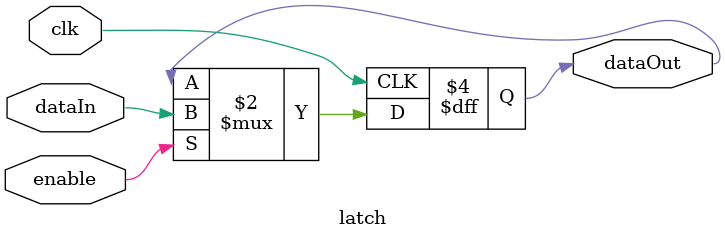
<source format=v>
module latch (
  input  clk,
  input  enable,
  input  dataIn,
  output dataOut
);

  always @(posedge clk) begin
    if (enable) begin
      dataOut <= dataIn;
    end
  end

endmodule
</source>
